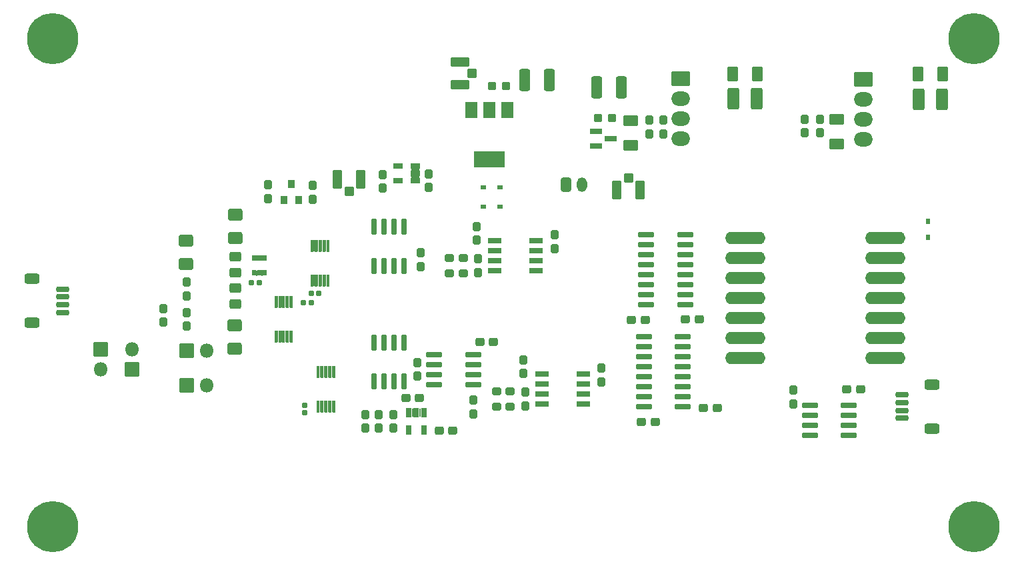
<source format=gbr>
%TF.GenerationSoftware,KiCad,Pcbnew,(6.0.4-0)*%
%TF.CreationDate,2022-07-28T14:49:22-06:00*%
%TF.ProjectId,sq_lockin_v6,73715f6c-6f63-46b6-996e-5f76362e6b69,rev?*%
%TF.SameCoordinates,Original*%
%TF.FileFunction,Soldermask,Top*%
%TF.FilePolarity,Negative*%
%FSLAX46Y46*%
G04 Gerber Fmt 4.6, Leading zero omitted, Abs format (unit mm)*
G04 Created by KiCad (PCBNEW (6.0.4-0)) date 2022-07-28 14:49:22*
%MOMM*%
%LPD*%
G01*
G04 APERTURE LIST*
G04 Aperture macros list*
%AMRoundRect*
0 Rectangle with rounded corners*
0 $1 Rounding radius*
0 $2 $3 $4 $5 $6 $7 $8 $9 X,Y pos of 4 corners*
0 Add a 4 corners polygon primitive as box body*
4,1,4,$2,$3,$4,$5,$6,$7,$8,$9,$2,$3,0*
0 Add four circle primitives for the rounded corners*
1,1,$1+$1,$2,$3*
1,1,$1+$1,$4,$5*
1,1,$1+$1,$6,$7*
1,1,$1+$1,$8,$9*
0 Add four rect primitives between the rounded corners*
20,1,$1+$1,$2,$3,$4,$5,0*
20,1,$1+$1,$4,$5,$6,$7,0*
20,1,$1+$1,$6,$7,$8,$9,0*
20,1,$1+$1,$8,$9,$2,$3,0*%
G04 Aperture macros list end*
%ADD10RoundRect,0.301001X0.624999X-0.462499X0.624999X0.462499X-0.624999X0.462499X-0.624999X-0.462499X0*%
%ADD11RoundRect,0.301000X-0.450000X0.325000X-0.450000X-0.325000X0.450000X-0.325000X0.450000X0.325000X0*%
%ADD12RoundRect,0.288500X-0.237500X0.287500X-0.237500X-0.287500X0.237500X-0.287500X0.237500X0.287500X0*%
%ADD13RoundRect,0.051000X0.850000X-0.850000X0.850000X0.850000X-0.850000X0.850000X-0.850000X-0.850000X0*%
%ADD14O,1.802000X1.802000*%
%ADD15RoundRect,0.288500X0.237500X-0.287500X0.237500X0.287500X-0.237500X0.287500X-0.237500X-0.287500X0*%
%ADD16RoundRect,0.051000X0.530000X0.325000X-0.530000X0.325000X-0.530000X-0.325000X0.530000X-0.325000X0*%
%ADD17RoundRect,0.301000X-0.350000X-0.625000X0.350000X-0.625000X0.350000X0.625000X-0.350000X0.625000X0*%
%ADD18O,1.302000X1.852000*%
%ADD19RoundRect,0.051000X0.400000X-0.450000X0.400000X0.450000X-0.400000X0.450000X-0.400000X-0.450000X0*%
%ADD20RoundRect,0.288500X0.287500X0.237500X-0.287500X0.237500X-0.287500X-0.237500X0.287500X-0.237500X0*%
%ADD21RoundRect,0.288500X0.237500X-0.300000X0.237500X0.300000X-0.237500X0.300000X-0.237500X-0.300000X0*%
%ADD22RoundRect,0.288500X-0.237500X0.300000X-0.237500X-0.300000X0.237500X-0.300000X0.237500X0.300000X0*%
%ADD23RoundRect,0.201000X-0.675000X-0.150000X0.675000X-0.150000X0.675000X0.150000X-0.675000X0.150000X0*%
%ADD24RoundRect,0.051000X-0.850000X-0.850000X0.850000X-0.850000X0.850000X0.850000X-0.850000X0.850000X0*%
%ADD25RoundRect,0.051000X0.850000X0.850000X-0.850000X0.850000X-0.850000X-0.850000X0.850000X-0.850000X0*%
%ADD26RoundRect,0.288500X-0.300000X-0.237500X0.300000X-0.237500X0.300000X0.237500X-0.300000X0.237500X0*%
%ADD27RoundRect,0.288500X0.300000X0.237500X-0.300000X0.237500X-0.300000X-0.237500X0.300000X-0.237500X0*%
%ADD28RoundRect,0.201000X-0.825000X-0.150000X0.825000X-0.150000X0.825000X0.150000X-0.825000X0.150000X0*%
%ADD29RoundRect,0.051000X-0.300000X-0.225000X0.300000X-0.225000X0.300000X0.225000X-0.300000X0.225000X0*%
%ADD30RoundRect,0.201000X-0.150000X0.825000X-0.150000X-0.825000X0.150000X-0.825000X0.150000X0.825000X0*%
%ADD31RoundRect,0.051000X-0.325000X0.530000X-0.325000X-0.530000X0.325000X-0.530000X0.325000X0.530000X0*%
%ADD32RoundRect,0.301001X-0.462499X-1.074999X0.462499X-1.074999X0.462499X1.074999X-0.462499X1.074999X0*%
%ADD33RoundRect,0.301000X0.650000X-0.412500X0.650000X0.412500X-0.650000X0.412500X-0.650000X-0.412500X0*%
%ADD34RoundRect,0.051000X0.500000X-0.525000X0.500000X0.525000X-0.500000X0.525000X-0.500000X-0.525000X0*%
%ADD35RoundRect,0.051000X0.525000X-1.100000X0.525000X1.100000X-0.525000X1.100000X-0.525000X-1.100000X0*%
%ADD36RoundRect,0.288500X-0.250000X-0.237500X0.250000X-0.237500X0.250000X0.237500X-0.250000X0.237500X0*%
%ADD37RoundRect,0.051000X-1.125000X0.875000X-1.125000X-0.875000X1.125000X-0.875000X1.125000X0.875000X0*%
%ADD38O,2.352000X1.852000*%
%ADD39C,6.502000*%
%ADD40RoundRect,0.201000X0.625000X-0.150000X0.625000X0.150000X-0.625000X0.150000X-0.625000X-0.150000X0*%
%ADD41RoundRect,0.301000X0.650000X-0.350000X0.650000X0.350000X-0.650000X0.350000X-0.650000X-0.350000X0*%
%ADD42O,5.102000X1.602000*%
%ADD43RoundRect,0.191000X0.170000X-0.140000X0.170000X0.140000X-0.170000X0.140000X-0.170000X-0.140000X0*%
%ADD44RoundRect,0.191000X0.140000X0.170000X-0.140000X0.170000X-0.140000X-0.170000X0.140000X-0.170000X0*%
%ADD45RoundRect,0.201000X-0.625000X0.150000X-0.625000X-0.150000X0.625000X-0.150000X0.625000X0.150000X0*%
%ADD46RoundRect,0.301000X-0.650000X0.350000X-0.650000X-0.350000X0.650000X-0.350000X0.650000X0.350000X0*%
%ADD47RoundRect,0.051000X-0.500000X0.525000X-0.500000X-0.525000X0.500000X-0.525000X0.500000X0.525000X0*%
%ADD48RoundRect,0.051000X-0.525000X1.100000X-0.525000X-1.100000X0.525000X-1.100000X0.525000X1.100000X0*%
%ADD49RoundRect,0.051000X-0.150000X0.700000X-0.150000X-0.700000X0.150000X-0.700000X0.150000X0.700000X0*%
%ADD50RoundRect,0.051000X-0.200000X0.325000X-0.200000X-0.325000X0.200000X-0.325000X0.200000X0.325000X0*%
%ADD51RoundRect,0.301000X-0.412500X-1.100000X0.412500X-1.100000X0.412500X1.100000X-0.412500X1.100000X0*%
%ADD52RoundRect,0.201000X-0.587500X-0.150000X0.587500X-0.150000X0.587500X0.150000X-0.587500X0.150000X0*%
%ADD53RoundRect,0.191000X-0.140000X-0.170000X0.140000X-0.170000X0.140000X0.170000X-0.140000X0.170000X0*%
%ADD54RoundRect,0.201000X0.825000X0.150000X-0.825000X0.150000X-0.825000X-0.150000X0.825000X-0.150000X0*%
%ADD55RoundRect,0.301000X0.412500X0.650000X-0.412500X0.650000X-0.412500X-0.650000X0.412500X-0.650000X0*%
%ADD56RoundRect,0.288500X0.250000X0.237500X-0.250000X0.237500X-0.250000X-0.237500X0.250000X-0.237500X0*%
%ADD57RoundRect,0.051000X-0.750000X1.000000X-0.750000X-1.000000X0.750000X-1.000000X0.750000X1.000000X0*%
%ADD58RoundRect,0.051000X-1.900000X1.000000X-1.900000X-1.000000X1.900000X-1.000000X1.900000X1.000000X0*%
%ADD59RoundRect,0.051000X0.150000X-0.700000X0.150000X0.700000X-0.150000X0.700000X-0.150000X-0.700000X0*%
%ADD60RoundRect,0.051000X0.225000X-0.300000X0.225000X0.300000X-0.225000X0.300000X-0.225000X-0.300000X0*%
%ADD61RoundRect,0.051000X0.525000X0.500000X-0.525000X0.500000X-0.525000X-0.500000X0.525000X-0.500000X0*%
%ADD62RoundRect,0.051000X1.100000X0.525000X-1.100000X0.525000X-1.100000X-0.525000X1.100000X-0.525000X0*%
G04 APERTURE END LIST*
D10*
%TO.C,R1*%
X137200000Y-79300000D03*
X137200000Y-76325000D03*
%TD*%
%TO.C,R5*%
X130900000Y-82600000D03*
X130900000Y-79625000D03*
%TD*%
%TO.C,R4*%
X137100000Y-93400000D03*
X137100000Y-90425000D03*
%TD*%
D11*
%TO.C,R2*%
X137175000Y-81675000D03*
X137175000Y-83725000D03*
%TD*%
D12*
%TO.C,R6*%
X131000000Y-88750000D03*
X131000000Y-90500000D03*
%TD*%
D13*
%TO.C,J4*%
X131000000Y-93600000D03*
D14*
X133540000Y-93600000D03*
%TD*%
D15*
%TO.C,C2*%
X161700000Y-72900000D03*
X161700000Y-71150000D03*
%TD*%
%TO.C,C3*%
X155900000Y-73000000D03*
X155900000Y-71250000D03*
%TD*%
D16*
%TO.C,U2*%
X160000000Y-72050000D03*
X160000000Y-71100000D03*
X160000000Y-70150000D03*
X157800000Y-70150000D03*
X157800000Y-72050000D03*
%TD*%
D17*
%TO.C,J5*%
X179200000Y-72500000D03*
D18*
X181200000Y-72500000D03*
%TD*%
D15*
%TO.C,R7*%
X131000000Y-86675000D03*
X131000000Y-84925000D03*
%TD*%
D11*
%TO.C,R3*%
X137200000Y-85650000D03*
X137200000Y-87700000D03*
%TD*%
D13*
%TO.C,J6*%
X131000000Y-98000000D03*
D14*
X133540000Y-98000000D03*
%TD*%
D15*
%TO.C,C4*%
X141300000Y-74300000D03*
X141300000Y-72550000D03*
%TD*%
%TO.C,C6*%
X147000000Y-74400000D03*
X147000000Y-72650000D03*
%TD*%
D12*
%TO.C,R8*%
X128000000Y-88250000D03*
X128000000Y-90000000D03*
%TD*%
D19*
%TO.C,U3*%
X143320000Y-74475000D03*
X145220000Y-74475000D03*
X144270000Y-72475000D03*
%TD*%
D20*
%TO.C,R14*%
X166100000Y-83760000D03*
X164350000Y-83760000D03*
%TD*%
D21*
%TO.C,C20*%
X168000000Y-83697500D03*
X168000000Y-81972500D03*
%TD*%
%TO.C,C21*%
X167800000Y-79597500D03*
X167800000Y-77872500D03*
%TD*%
D22*
%TO.C,C22*%
X177700000Y-78922500D03*
X177700000Y-80647500D03*
%TD*%
D20*
%TO.C,R13*%
X166100000Y-81860000D03*
X164350000Y-81860000D03*
%TD*%
D23*
%TO.C,U15*%
X170125000Y-79675000D03*
X170125000Y-80945000D03*
X170125000Y-82215000D03*
X170125000Y-83485000D03*
X175375000Y-83485000D03*
X175375000Y-82215000D03*
X175375000Y-80945000D03*
X175375000Y-79675000D03*
%TD*%
D21*
%TO.C,C24*%
X173775000Y-96527500D03*
X173775000Y-94802500D03*
%TD*%
%TO.C,C23*%
X173975000Y-100627500D03*
X173975000Y-98902500D03*
%TD*%
D20*
%TO.C,R16*%
X172075000Y-100690000D03*
X170325000Y-100690000D03*
%TD*%
%TO.C,R15*%
X172075000Y-98790000D03*
X170325000Y-98790000D03*
%TD*%
D22*
%TO.C,C25*%
X183675000Y-95852500D03*
X183675000Y-97577500D03*
%TD*%
D23*
%TO.C,U16*%
X176100000Y-96605000D03*
X176100000Y-97875000D03*
X176100000Y-99145000D03*
X176100000Y-100415000D03*
X181350000Y-100415000D03*
X181350000Y-99145000D03*
X181350000Y-97875000D03*
X181350000Y-96605000D03*
%TD*%
D24*
%TO.C,J2*%
X120100000Y-93425000D03*
D14*
X120100000Y-95965000D03*
%TD*%
D25*
%TO.C,J3*%
X124000000Y-96000000D03*
D14*
X124000000Y-93460000D03*
%TD*%
D26*
%TO.C,C16*%
X158837500Y-99660000D03*
X160562500Y-99660000D03*
%TD*%
D27*
%TO.C,C17*%
X169962500Y-92500000D03*
X168237500Y-92500000D03*
%TD*%
D12*
%TO.C,R9*%
X160300000Y-95125000D03*
X160300000Y-96875000D03*
%TD*%
D15*
%TO.C,R10*%
X167400000Y-101635000D03*
X167400000Y-99885000D03*
%TD*%
D12*
%TO.C,R11*%
X155400000Y-101725000D03*
X155400000Y-103475000D03*
%TD*%
%TO.C,R12*%
X157200000Y-101725000D03*
X157200000Y-103475000D03*
%TD*%
D28*
%TO.C,U13*%
X162425000Y-94155000D03*
X162425000Y-95425000D03*
X162425000Y-96695000D03*
X162425000Y-97965000D03*
X167375000Y-97965000D03*
X167375000Y-96695000D03*
X167375000Y-95425000D03*
X167375000Y-94155000D03*
%TD*%
D26*
%TO.C,C18*%
X163075000Y-103800000D03*
X164800000Y-103800000D03*
%TD*%
D29*
%TO.C,D2*%
X168650000Y-75300000D03*
X170750000Y-75300000D03*
%TD*%
%TO.C,D1*%
X168650000Y-72900000D03*
X170750000Y-72900000D03*
%TD*%
D30*
%TO.C,U11*%
X158605000Y-77885000D03*
X157335000Y-77885000D03*
X156065000Y-77885000D03*
X154795000Y-77885000D03*
X154795000Y-82835000D03*
X156065000Y-82835000D03*
X157335000Y-82835000D03*
X158605000Y-82835000D03*
%TD*%
D21*
%TO.C,C15*%
X160700000Y-82922500D03*
X160700000Y-81197500D03*
%TD*%
D30*
%TO.C,U12*%
X158605000Y-92585000D03*
X157335000Y-92585000D03*
X156065000Y-92585000D03*
X154795000Y-92585000D03*
X154795000Y-97535000D03*
X156065000Y-97535000D03*
X157335000Y-97535000D03*
X158605000Y-97535000D03*
%TD*%
D31*
%TO.C,U14*%
X161100000Y-101450000D03*
X160150000Y-101450000D03*
X159200000Y-101450000D03*
X159200000Y-103650000D03*
X161100000Y-103650000D03*
%TD*%
D32*
%TO.C,L1*%
X200412500Y-61600000D03*
X203387500Y-61600000D03*
%TD*%
D33*
%TO.C,C29*%
X213500000Y-67362500D03*
X213500000Y-64237500D03*
%TD*%
D34*
%TO.C,J7*%
X151600000Y-73350000D03*
D35*
X150125000Y-71825000D03*
X153075000Y-71825000D03*
%TD*%
D36*
%TO.C,R18*%
X169737500Y-60000000D03*
X171562500Y-60000000D03*
%TD*%
D37*
%TO.C,PS2*%
X216900000Y-59160000D03*
D38*
X216900000Y-61700000D03*
X216900000Y-64240000D03*
X216900000Y-66780000D03*
%TD*%
D39*
%TO.C,H2*%
X114000000Y-54000000D03*
%TD*%
D40*
%TO.C,J8*%
X221800000Y-102200000D03*
X221800000Y-101200000D03*
X221800000Y-100200000D03*
X221800000Y-99200000D03*
D41*
X225675000Y-97900000D03*
X225675000Y-103500000D03*
%TD*%
D42*
%TO.C,U5*%
X201910000Y-79280000D03*
X201910000Y-81820000D03*
X201910000Y-84360000D03*
X201910000Y-86900000D03*
X201910000Y-89440000D03*
X201910000Y-91980000D03*
X201910000Y-94520000D03*
X219690000Y-94520000D03*
X219690000Y-91980000D03*
X219690000Y-89440000D03*
X219690000Y-86900000D03*
X219690000Y-84360000D03*
X219690000Y-81820000D03*
X219690000Y-79280000D03*
%TD*%
D43*
%TO.C,C14*%
X146000000Y-101480000D03*
X146000000Y-100520000D03*
%TD*%
D27*
%TO.C,C10*%
X189200000Y-89700000D03*
X187475000Y-89700000D03*
%TD*%
D44*
%TO.C,C1*%
X140180000Y-85000000D03*
X139220000Y-85000000D03*
%TD*%
D45*
%TO.C,J1*%
X115200000Y-85800000D03*
X115200000Y-86800000D03*
X115200000Y-87800000D03*
X115200000Y-88800000D03*
D46*
X111325000Y-90100000D03*
X111325000Y-84500000D03*
%TD*%
D26*
%TO.C,C11*%
X194337500Y-89600000D03*
X196062500Y-89600000D03*
%TD*%
D47*
%TO.C,J9*%
X187100000Y-71650000D03*
D48*
X185625000Y-73175000D03*
X188575000Y-73175000D03*
%TD*%
D49*
%TO.C,U8*%
X144300000Y-87400000D03*
X143800000Y-87400000D03*
X143300000Y-87400000D03*
X142800000Y-87400000D03*
X142300000Y-87400000D03*
X142300000Y-91800000D03*
X142800000Y-91800000D03*
X143300000Y-91800000D03*
X143800000Y-91800000D03*
X144300000Y-91800000D03*
%TD*%
D50*
%TO.C,U1*%
X140850000Y-81850000D03*
X140200000Y-81850000D03*
X139550000Y-81850000D03*
X139550000Y-83750000D03*
X140200000Y-83750000D03*
X140850000Y-83750000D03*
%TD*%
D28*
%TO.C,U6*%
X210125000Y-100565000D03*
X210125000Y-101835000D03*
X210125000Y-103105000D03*
X210125000Y-104375000D03*
X215075000Y-104375000D03*
X215075000Y-103105000D03*
X215075000Y-101835000D03*
X215075000Y-100565000D03*
%TD*%
D51*
%TO.C,C35*%
X173887500Y-59250000D03*
X177012500Y-59250000D03*
%TD*%
D37*
%TO.C,PS1*%
X193757500Y-59092500D03*
D38*
X193757500Y-61632500D03*
X193757500Y-64172500D03*
X193757500Y-66712500D03*
%TD*%
D26*
%TO.C,C5*%
X188737500Y-102700000D03*
X190462500Y-102700000D03*
%TD*%
D52*
%TO.C,Q1*%
X182965000Y-65757500D03*
X182965000Y-67657500D03*
X184840000Y-66707500D03*
%TD*%
D53*
%TO.C,C12*%
X145820000Y-87500000D03*
X146780000Y-87500000D03*
%TD*%
D54*
%TO.C,U4*%
X193975000Y-100745000D03*
X193975000Y-99475000D03*
X193975000Y-98205000D03*
X193975000Y-96935000D03*
X193975000Y-95665000D03*
X193975000Y-94395000D03*
X193975000Y-93125000D03*
X193975000Y-91855000D03*
X189025000Y-91855000D03*
X189025000Y-93125000D03*
X189025000Y-94395000D03*
X189025000Y-95665000D03*
X189025000Y-96935000D03*
X189025000Y-98205000D03*
X189025000Y-99475000D03*
X189025000Y-100745000D03*
%TD*%
D26*
%TO.C,C7*%
X196637500Y-100900000D03*
X198362500Y-100900000D03*
%TD*%
D39*
%TO.C,H4*%
X114000000Y-116000000D03*
%TD*%
D53*
%TO.C,C13*%
X146820000Y-86300000D03*
X147780000Y-86300000D03*
%TD*%
D22*
%TO.C,C33*%
X209500000Y-64237500D03*
X209500000Y-65962500D03*
%TD*%
D55*
%TO.C,C26*%
X203462500Y-58500000D03*
X200337500Y-58500000D03*
%TD*%
D56*
%TO.C,R17*%
X185015000Y-64107500D03*
X183190000Y-64107500D03*
%TD*%
D51*
%TO.C,C34*%
X183037500Y-60200000D03*
X186162500Y-60200000D03*
%TD*%
D57*
%TO.C,Q2*%
X171750000Y-63050000D03*
D58*
X169450000Y-69350000D03*
D57*
X169450000Y-63050000D03*
X167150000Y-63050000D03*
%TD*%
D22*
%TO.C,C30*%
X189702500Y-64345000D03*
X189702500Y-66070000D03*
%TD*%
D59*
%TO.C,U9*%
X146900000Y-84700000D03*
X147400000Y-84700000D03*
X147900000Y-84700000D03*
X148400000Y-84700000D03*
X148900000Y-84700000D03*
X148900000Y-80300000D03*
X148400000Y-80300000D03*
X147900000Y-80300000D03*
X147400000Y-80300000D03*
X146900000Y-80300000D03*
%TD*%
D21*
%TO.C,C8*%
X208000000Y-100362500D03*
X208000000Y-98637500D03*
%TD*%
D39*
%TO.C,H1*%
X231000000Y-116000000D03*
%TD*%
D21*
%TO.C,C19*%
X153700000Y-103462500D03*
X153700000Y-101737500D03*
%TD*%
D22*
%TO.C,C32*%
X191502500Y-64345000D03*
X191502500Y-66070000D03*
%TD*%
D55*
%TO.C,C27*%
X226962500Y-58500000D03*
X223837500Y-58500000D03*
%TD*%
D60*
%TO.C,D3*%
X225100000Y-79250000D03*
X225100000Y-77150000D03*
%TD*%
D61*
%TO.C,J10*%
X167200000Y-58400000D03*
D62*
X165675000Y-59875000D03*
X165675000Y-56925000D03*
%TD*%
D59*
%TO.C,U10*%
X147700000Y-100700000D03*
X148200000Y-100700000D03*
X148700000Y-100700000D03*
X149200000Y-100700000D03*
X149700000Y-100700000D03*
X149700000Y-96300000D03*
X149200000Y-96300000D03*
X148700000Y-96300000D03*
X148200000Y-96300000D03*
X147700000Y-96300000D03*
%TD*%
D32*
%TO.C,L2*%
X223912500Y-61700000D03*
X226887500Y-61700000D03*
%TD*%
D33*
%TO.C,C28*%
X187352500Y-67570000D03*
X187352500Y-64445000D03*
%TD*%
D54*
%TO.C,U7*%
X194275000Y-87805000D03*
X194275000Y-86535000D03*
X194275000Y-85265000D03*
X194275000Y-83995000D03*
X194275000Y-82725000D03*
X194275000Y-81455000D03*
X194275000Y-80185000D03*
X194275000Y-78915000D03*
X189325000Y-78915000D03*
X189325000Y-80185000D03*
X189325000Y-81455000D03*
X189325000Y-82725000D03*
X189325000Y-83995000D03*
X189325000Y-85265000D03*
X189325000Y-86535000D03*
X189325000Y-87805000D03*
%TD*%
D22*
%TO.C,C31*%
X211400000Y-64237500D03*
X211400000Y-65962500D03*
%TD*%
D26*
%TO.C,C9*%
X214837500Y-98500000D03*
X216562500Y-98500000D03*
%TD*%
D39*
%TO.C,H3*%
X231000000Y-54000000D03*
%TD*%
G36*
X159574267Y-100903301D02*
G01*
X159625946Y-100946489D01*
X159694661Y-100955120D01*
X159757291Y-100925156D01*
X159775348Y-100904318D01*
X159777238Y-100903664D01*
X159778749Y-100904974D01*
X159778821Y-100906018D01*
X159776000Y-100920199D01*
X159776000Y-101979801D01*
X159778978Y-101994774D01*
X159778335Y-101996668D01*
X159776373Y-101997058D01*
X159775733Y-101996699D01*
X159724054Y-101953511D01*
X159655339Y-101944880D01*
X159592709Y-101974844D01*
X159574652Y-101995682D01*
X159572762Y-101996336D01*
X159571251Y-101995026D01*
X159571179Y-101993982D01*
X159574000Y-101979801D01*
X159574000Y-100920199D01*
X159571022Y-100905226D01*
X159571665Y-100903332D01*
X159573627Y-100902942D01*
X159574267Y-100903301D01*
G37*
G36*
X160524267Y-100903301D02*
G01*
X160575946Y-100946489D01*
X160644661Y-100955120D01*
X160707291Y-100925156D01*
X160725348Y-100904318D01*
X160727238Y-100903664D01*
X160728749Y-100904974D01*
X160728821Y-100906018D01*
X160726000Y-100920199D01*
X160726000Y-101979801D01*
X160728978Y-101994774D01*
X160728335Y-101996668D01*
X160726373Y-101997058D01*
X160725733Y-101996699D01*
X160674054Y-101953511D01*
X160605339Y-101944880D01*
X160542709Y-101974844D01*
X160524652Y-101995682D01*
X160522762Y-101996336D01*
X160521251Y-101995026D01*
X160521179Y-101993982D01*
X160524000Y-101979801D01*
X160524000Y-100920199D01*
X160521022Y-100905226D01*
X160521665Y-100903332D01*
X160523627Y-100902942D01*
X160524267Y-100903301D01*
G37*
G36*
X148514633Y-99963517D02*
G01*
X148515197Y-99965436D01*
X148514916Y-99966075D01*
X148504767Y-99981263D01*
X148501000Y-100000199D01*
X148501000Y-101399801D01*
X148504767Y-101418738D01*
X148514814Y-101433773D01*
X148514945Y-101435768D01*
X148513282Y-101436880D01*
X148512553Y-101436793D01*
X148452212Y-101417898D01*
X148387310Y-101436955D01*
X148385367Y-101436483D01*
X148384803Y-101434564D01*
X148385084Y-101433925D01*
X148395233Y-101418737D01*
X148399000Y-101399801D01*
X148399000Y-100000199D01*
X148395233Y-99981262D01*
X148385186Y-99966227D01*
X148385055Y-99964232D01*
X148386718Y-99963120D01*
X148387447Y-99963207D01*
X148447788Y-99982102D01*
X148512690Y-99963045D01*
X148514633Y-99963517D01*
G37*
G36*
X148014633Y-99963517D02*
G01*
X148015197Y-99965436D01*
X148014916Y-99966075D01*
X148004767Y-99981263D01*
X148001000Y-100000199D01*
X148001000Y-101399801D01*
X148004767Y-101418738D01*
X148014814Y-101433773D01*
X148014945Y-101435768D01*
X148013282Y-101436880D01*
X148012553Y-101436793D01*
X147952212Y-101417898D01*
X147887310Y-101436955D01*
X147885367Y-101436483D01*
X147884803Y-101434564D01*
X147885084Y-101433925D01*
X147895233Y-101418737D01*
X147899000Y-101399801D01*
X147899000Y-100000199D01*
X147895233Y-99981262D01*
X147885186Y-99966227D01*
X147885055Y-99964232D01*
X147886718Y-99963120D01*
X147887447Y-99963207D01*
X147947788Y-99982102D01*
X148012690Y-99963045D01*
X148014633Y-99963517D01*
G37*
G36*
X149514633Y-99963517D02*
G01*
X149515197Y-99965436D01*
X149514916Y-99966075D01*
X149504767Y-99981263D01*
X149501000Y-100000199D01*
X149501000Y-101399801D01*
X149504767Y-101418738D01*
X149514814Y-101433773D01*
X149514945Y-101435768D01*
X149513282Y-101436880D01*
X149512553Y-101436793D01*
X149452212Y-101417898D01*
X149387310Y-101436955D01*
X149385367Y-101436483D01*
X149384803Y-101434564D01*
X149385084Y-101433925D01*
X149395233Y-101418737D01*
X149399000Y-101399801D01*
X149399000Y-100000199D01*
X149395233Y-99981262D01*
X149385186Y-99966227D01*
X149385055Y-99964232D01*
X149386718Y-99963120D01*
X149387447Y-99963207D01*
X149447788Y-99982102D01*
X149512690Y-99963045D01*
X149514633Y-99963517D01*
G37*
G36*
X149014633Y-99963517D02*
G01*
X149015197Y-99965436D01*
X149014916Y-99966075D01*
X149004767Y-99981263D01*
X149001000Y-100000199D01*
X149001000Y-101399801D01*
X149004767Y-101418738D01*
X149014814Y-101433773D01*
X149014945Y-101435768D01*
X149013282Y-101436880D01*
X149012553Y-101436793D01*
X148952212Y-101417898D01*
X148887310Y-101436955D01*
X148885367Y-101436483D01*
X148884803Y-101434564D01*
X148885084Y-101433925D01*
X148895233Y-101418737D01*
X148899000Y-101399801D01*
X148899000Y-100000199D01*
X148895233Y-99981262D01*
X148885186Y-99966227D01*
X148885055Y-99964232D01*
X148886718Y-99963120D01*
X148887447Y-99963207D01*
X148947788Y-99982102D01*
X149012690Y-99963045D01*
X149014633Y-99963517D01*
G37*
G36*
X148014633Y-95563517D02*
G01*
X148015197Y-95565436D01*
X148014916Y-95566075D01*
X148004767Y-95581263D01*
X148001000Y-95600199D01*
X148001000Y-96999801D01*
X148004767Y-97018738D01*
X148014814Y-97033773D01*
X148014945Y-97035768D01*
X148013282Y-97036880D01*
X148012553Y-97036793D01*
X147952212Y-97017898D01*
X147887310Y-97036955D01*
X147885367Y-97036483D01*
X147884803Y-97034564D01*
X147885084Y-97033925D01*
X147895233Y-97018737D01*
X147899000Y-96999801D01*
X147899000Y-95600199D01*
X147895233Y-95581262D01*
X147885186Y-95566227D01*
X147885055Y-95564232D01*
X147886718Y-95563120D01*
X147887447Y-95563207D01*
X147947788Y-95582102D01*
X148012690Y-95563045D01*
X148014633Y-95563517D01*
G37*
G36*
X149014633Y-95563517D02*
G01*
X149015197Y-95565436D01*
X149014916Y-95566075D01*
X149004767Y-95581263D01*
X149001000Y-95600199D01*
X149001000Y-96999801D01*
X149004767Y-97018738D01*
X149014814Y-97033773D01*
X149014945Y-97035768D01*
X149013282Y-97036880D01*
X149012553Y-97036793D01*
X148952212Y-97017898D01*
X148887310Y-97036955D01*
X148885367Y-97036483D01*
X148884803Y-97034564D01*
X148885084Y-97033925D01*
X148895233Y-97018737D01*
X148899000Y-96999801D01*
X148899000Y-95600199D01*
X148895233Y-95581262D01*
X148885186Y-95566227D01*
X148885055Y-95564232D01*
X148886718Y-95563120D01*
X148887447Y-95563207D01*
X148947788Y-95582102D01*
X149012690Y-95563045D01*
X149014633Y-95563517D01*
G37*
G36*
X148514633Y-95563517D02*
G01*
X148515197Y-95565436D01*
X148514916Y-95566075D01*
X148504767Y-95581263D01*
X148501000Y-95600199D01*
X148501000Y-96999801D01*
X148504767Y-97018738D01*
X148514814Y-97033773D01*
X148514945Y-97035768D01*
X148513282Y-97036880D01*
X148512553Y-97036793D01*
X148452212Y-97017898D01*
X148387310Y-97036955D01*
X148385367Y-97036483D01*
X148384803Y-97034564D01*
X148385084Y-97033925D01*
X148395233Y-97018737D01*
X148399000Y-96999801D01*
X148399000Y-95600199D01*
X148395233Y-95581262D01*
X148385186Y-95566227D01*
X148385055Y-95564232D01*
X148386718Y-95563120D01*
X148387447Y-95563207D01*
X148447788Y-95582102D01*
X148512690Y-95563045D01*
X148514633Y-95563517D01*
G37*
G36*
X149514633Y-95563517D02*
G01*
X149515197Y-95565436D01*
X149514916Y-95566075D01*
X149504767Y-95581263D01*
X149501000Y-95600199D01*
X149501000Y-96999801D01*
X149504767Y-97018738D01*
X149514814Y-97033773D01*
X149514945Y-97035768D01*
X149513282Y-97036880D01*
X149512553Y-97036793D01*
X149452212Y-97017898D01*
X149387310Y-97036955D01*
X149385367Y-97036483D01*
X149384803Y-97034564D01*
X149385084Y-97033925D01*
X149395233Y-97018737D01*
X149399000Y-96999801D01*
X149399000Y-95600199D01*
X149395233Y-95581262D01*
X149385186Y-95566227D01*
X149385055Y-95564232D01*
X149386718Y-95563120D01*
X149387447Y-95563207D01*
X149447788Y-95582102D01*
X149512690Y-95563045D01*
X149514633Y-95563517D01*
G37*
G36*
X144114633Y-91063517D02*
G01*
X144115197Y-91065436D01*
X144114916Y-91066075D01*
X144104767Y-91081263D01*
X144101000Y-91100199D01*
X144101000Y-92499801D01*
X144104767Y-92518738D01*
X144114814Y-92533773D01*
X144114945Y-92535768D01*
X144113282Y-92536880D01*
X144112553Y-92536793D01*
X144052212Y-92517898D01*
X143987310Y-92536955D01*
X143985367Y-92536483D01*
X143984803Y-92534564D01*
X143985084Y-92533925D01*
X143995233Y-92518737D01*
X143999000Y-92499801D01*
X143999000Y-91100199D01*
X143995233Y-91081262D01*
X143985186Y-91066227D01*
X143985055Y-91064232D01*
X143986718Y-91063120D01*
X143987447Y-91063207D01*
X144047788Y-91082102D01*
X144112690Y-91063045D01*
X144114633Y-91063517D01*
G37*
G36*
X142614633Y-91063517D02*
G01*
X142615197Y-91065436D01*
X142614916Y-91066075D01*
X142604767Y-91081263D01*
X142601000Y-91100199D01*
X142601000Y-92499801D01*
X142604767Y-92518738D01*
X142614814Y-92533773D01*
X142614945Y-92535768D01*
X142613282Y-92536880D01*
X142612553Y-92536793D01*
X142552212Y-92517898D01*
X142487310Y-92536955D01*
X142485367Y-92536483D01*
X142484803Y-92534564D01*
X142485084Y-92533925D01*
X142495233Y-92518737D01*
X142499000Y-92499801D01*
X142499000Y-91100199D01*
X142495233Y-91081262D01*
X142485186Y-91066227D01*
X142485055Y-91064232D01*
X142486718Y-91063120D01*
X142487447Y-91063207D01*
X142547788Y-91082102D01*
X142612690Y-91063045D01*
X142614633Y-91063517D01*
G37*
G36*
X143614633Y-91063517D02*
G01*
X143615197Y-91065436D01*
X143614916Y-91066075D01*
X143604767Y-91081263D01*
X143601000Y-91100199D01*
X143601000Y-92499801D01*
X143604767Y-92518738D01*
X143614814Y-92533773D01*
X143614945Y-92535768D01*
X143613282Y-92536880D01*
X143612553Y-92536793D01*
X143552212Y-92517898D01*
X143487310Y-92536955D01*
X143485367Y-92536483D01*
X143484803Y-92534564D01*
X143485084Y-92533925D01*
X143495233Y-92518737D01*
X143499000Y-92499801D01*
X143499000Y-91100199D01*
X143495233Y-91081262D01*
X143485186Y-91066227D01*
X143485055Y-91064232D01*
X143486718Y-91063120D01*
X143487447Y-91063207D01*
X143547788Y-91082102D01*
X143612690Y-91063045D01*
X143614633Y-91063517D01*
G37*
G36*
X143114633Y-91063517D02*
G01*
X143115197Y-91065436D01*
X143114916Y-91066075D01*
X143104767Y-91081263D01*
X143101000Y-91100199D01*
X143101000Y-92499801D01*
X143104767Y-92518738D01*
X143114814Y-92533773D01*
X143114945Y-92535768D01*
X143113282Y-92536880D01*
X143112553Y-92536793D01*
X143052212Y-92517898D01*
X142987310Y-92536955D01*
X142985367Y-92536483D01*
X142984803Y-92534564D01*
X142985084Y-92533925D01*
X142995233Y-92518737D01*
X142999000Y-92499801D01*
X142999000Y-91100199D01*
X142995233Y-91081262D01*
X142985186Y-91066227D01*
X142985055Y-91064232D01*
X142986718Y-91063120D01*
X142987447Y-91063207D01*
X143047788Y-91082102D01*
X143112690Y-91063045D01*
X143114633Y-91063517D01*
G37*
G36*
X142614633Y-86663517D02*
G01*
X142615197Y-86665436D01*
X142614916Y-86666075D01*
X142604767Y-86681263D01*
X142601000Y-86700199D01*
X142601000Y-88099801D01*
X142604767Y-88118738D01*
X142614814Y-88133773D01*
X142614945Y-88135768D01*
X142613282Y-88136880D01*
X142612553Y-88136793D01*
X142552212Y-88117898D01*
X142487310Y-88136955D01*
X142485367Y-88136483D01*
X142484803Y-88134564D01*
X142485084Y-88133925D01*
X142495233Y-88118737D01*
X142499000Y-88099801D01*
X142499000Y-86700199D01*
X142495233Y-86681262D01*
X142485186Y-86666227D01*
X142485055Y-86664232D01*
X142486718Y-86663120D01*
X142487447Y-86663207D01*
X142547788Y-86682102D01*
X142612690Y-86663045D01*
X142614633Y-86663517D01*
G37*
G36*
X143614633Y-86663517D02*
G01*
X143615197Y-86665436D01*
X143614916Y-86666075D01*
X143604767Y-86681263D01*
X143601000Y-86700199D01*
X143601000Y-88099801D01*
X143604767Y-88118738D01*
X143614814Y-88133773D01*
X143614945Y-88135768D01*
X143613282Y-88136880D01*
X143612553Y-88136793D01*
X143552212Y-88117898D01*
X143487310Y-88136955D01*
X143485367Y-88136483D01*
X143484803Y-88134564D01*
X143485084Y-88133925D01*
X143495233Y-88118737D01*
X143499000Y-88099801D01*
X143499000Y-86700199D01*
X143495233Y-86681262D01*
X143485186Y-86666227D01*
X143485055Y-86664232D01*
X143486718Y-86663120D01*
X143487447Y-86663207D01*
X143547788Y-86682102D01*
X143612690Y-86663045D01*
X143614633Y-86663517D01*
G37*
G36*
X144114633Y-86663517D02*
G01*
X144115197Y-86665436D01*
X144114916Y-86666075D01*
X144104767Y-86681263D01*
X144101000Y-86700199D01*
X144101000Y-88099801D01*
X144104767Y-88118738D01*
X144114814Y-88133773D01*
X144114945Y-88135768D01*
X144113282Y-88136880D01*
X144112553Y-88136793D01*
X144052212Y-88117898D01*
X143987310Y-88136955D01*
X143985367Y-88136483D01*
X143984803Y-88134564D01*
X143985084Y-88133925D01*
X143995233Y-88118737D01*
X143999000Y-88099801D01*
X143999000Y-86700199D01*
X143995233Y-86681262D01*
X143985186Y-86666227D01*
X143985055Y-86664232D01*
X143986718Y-86663120D01*
X143987447Y-86663207D01*
X144047788Y-86682102D01*
X144112690Y-86663045D01*
X144114633Y-86663517D01*
G37*
G36*
X143114633Y-86663517D02*
G01*
X143115197Y-86665436D01*
X143114916Y-86666075D01*
X143104767Y-86681263D01*
X143101000Y-86700199D01*
X143101000Y-88099801D01*
X143104767Y-88118738D01*
X143114814Y-88133773D01*
X143114945Y-88135768D01*
X143113282Y-88136880D01*
X143112553Y-88136793D01*
X143052212Y-88117898D01*
X142987310Y-88136955D01*
X142985367Y-88136483D01*
X142984803Y-88134564D01*
X142985084Y-88133925D01*
X142995233Y-88118737D01*
X142999000Y-88099801D01*
X142999000Y-86700199D01*
X142995233Y-86681262D01*
X142985186Y-86666227D01*
X142985055Y-86664232D01*
X142986718Y-86663120D01*
X142987447Y-86663207D01*
X143047788Y-86682102D01*
X143112690Y-86663045D01*
X143114633Y-86663517D01*
G37*
G36*
X148714633Y-83963517D02*
G01*
X148715197Y-83965436D01*
X148714916Y-83966075D01*
X148704767Y-83981263D01*
X148701000Y-84000199D01*
X148701000Y-85399801D01*
X148704767Y-85418738D01*
X148714814Y-85433773D01*
X148714945Y-85435768D01*
X148713282Y-85436880D01*
X148712553Y-85436793D01*
X148652212Y-85417898D01*
X148587310Y-85436955D01*
X148585367Y-85436483D01*
X148584803Y-85434564D01*
X148585084Y-85433925D01*
X148595233Y-85418737D01*
X148599000Y-85399801D01*
X148599000Y-84000199D01*
X148595233Y-83981262D01*
X148585186Y-83966227D01*
X148585055Y-83964232D01*
X148586718Y-83963120D01*
X148587447Y-83963207D01*
X148647788Y-83982102D01*
X148712690Y-83963045D01*
X148714633Y-83963517D01*
G37*
G36*
X148214633Y-83963517D02*
G01*
X148215197Y-83965436D01*
X148214916Y-83966075D01*
X148204767Y-83981263D01*
X148201000Y-84000199D01*
X148201000Y-85399801D01*
X148204767Y-85418738D01*
X148214814Y-85433773D01*
X148214945Y-85435768D01*
X148213282Y-85436880D01*
X148212553Y-85436793D01*
X148152212Y-85417898D01*
X148087310Y-85436955D01*
X148085367Y-85436483D01*
X148084803Y-85434564D01*
X148085084Y-85433925D01*
X148095233Y-85418737D01*
X148099000Y-85399801D01*
X148099000Y-84000199D01*
X148095233Y-83981262D01*
X148085186Y-83966227D01*
X148085055Y-83964232D01*
X148086718Y-83963120D01*
X148087447Y-83963207D01*
X148147788Y-83982102D01*
X148212690Y-83963045D01*
X148214633Y-83963517D01*
G37*
G36*
X147214633Y-83963517D02*
G01*
X147215197Y-83965436D01*
X147214916Y-83966075D01*
X147204767Y-83981263D01*
X147201000Y-84000199D01*
X147201000Y-85399801D01*
X147204767Y-85418738D01*
X147214814Y-85433773D01*
X147214945Y-85435768D01*
X147213282Y-85436880D01*
X147212553Y-85436793D01*
X147152212Y-85417898D01*
X147087310Y-85436955D01*
X147085367Y-85436483D01*
X147084803Y-85434564D01*
X147085084Y-85433925D01*
X147095233Y-85418737D01*
X147099000Y-85399801D01*
X147099000Y-84000199D01*
X147095233Y-83981262D01*
X147085186Y-83966227D01*
X147085055Y-83964232D01*
X147086718Y-83963120D01*
X147087447Y-83963207D01*
X147147788Y-83982102D01*
X147212690Y-83963045D01*
X147214633Y-83963517D01*
G37*
G36*
X147714633Y-83963517D02*
G01*
X147715197Y-83965436D01*
X147714916Y-83966075D01*
X147704767Y-83981263D01*
X147701000Y-84000199D01*
X147701000Y-85399801D01*
X147704767Y-85418738D01*
X147714814Y-85433773D01*
X147714945Y-85435768D01*
X147713282Y-85436880D01*
X147712553Y-85436793D01*
X147652212Y-85417898D01*
X147587310Y-85436955D01*
X147585367Y-85436483D01*
X147584803Y-85434564D01*
X147585084Y-85433925D01*
X147595233Y-85418737D01*
X147599000Y-85399801D01*
X147599000Y-84000199D01*
X147595233Y-83981262D01*
X147585186Y-83966227D01*
X147585055Y-83964232D01*
X147586718Y-83963120D01*
X147587447Y-83963207D01*
X147647788Y-83982102D01*
X147712690Y-83963045D01*
X147714633Y-83963517D01*
G37*
G36*
X139790660Y-83392493D02*
G01*
X139804452Y-83401709D01*
X139805615Y-83399969D01*
X139807409Y-83399084D01*
X139808560Y-83399545D01*
X139825952Y-83414078D01*
X139894670Y-83422704D01*
X139942288Y-83399918D01*
X139944282Y-83400072D01*
X139944814Y-83400611D01*
X139945548Y-83401709D01*
X139959340Y-83392493D01*
X139961336Y-83392362D01*
X139962447Y-83394025D01*
X139962114Y-83395267D01*
X139954767Y-83406262D01*
X139951000Y-83425199D01*
X139951000Y-84074801D01*
X139954767Y-84093738D01*
X139962114Y-84104733D01*
X139962245Y-84106729D01*
X139960582Y-84107840D01*
X139959340Y-84107507D01*
X139945548Y-84098291D01*
X139944385Y-84100031D01*
X139942591Y-84100916D01*
X139941440Y-84100455D01*
X139924048Y-84085922D01*
X139855330Y-84077296D01*
X139807712Y-84100082D01*
X139805718Y-84099928D01*
X139805186Y-84099389D01*
X139804452Y-84098291D01*
X139790660Y-84107507D01*
X139788664Y-84107638D01*
X139787553Y-84105975D01*
X139787886Y-84104733D01*
X139795233Y-84093738D01*
X139799000Y-84074801D01*
X139799000Y-83425199D01*
X139795233Y-83406262D01*
X139787886Y-83395267D01*
X139787755Y-83393271D01*
X139789418Y-83392160D01*
X139790660Y-83392493D01*
G37*
G36*
X140440660Y-83392493D02*
G01*
X140454452Y-83401709D01*
X140455615Y-83399969D01*
X140457409Y-83399084D01*
X140458560Y-83399545D01*
X140475952Y-83414078D01*
X140544670Y-83422704D01*
X140592288Y-83399918D01*
X140594282Y-83400072D01*
X140594814Y-83400611D01*
X140595548Y-83401709D01*
X140609340Y-83392493D01*
X140611336Y-83392362D01*
X140612447Y-83394025D01*
X140612114Y-83395267D01*
X140604767Y-83406262D01*
X140601000Y-83425199D01*
X140601000Y-84074801D01*
X140604767Y-84093738D01*
X140612114Y-84104733D01*
X140612245Y-84106729D01*
X140610582Y-84107840D01*
X140609340Y-84107507D01*
X140595548Y-84098291D01*
X140594385Y-84100031D01*
X140592591Y-84100916D01*
X140591440Y-84100455D01*
X140574048Y-84085922D01*
X140505330Y-84077296D01*
X140457712Y-84100082D01*
X140455718Y-84099928D01*
X140455186Y-84099389D01*
X140454452Y-84098291D01*
X140440660Y-84107507D01*
X140438664Y-84107638D01*
X140437553Y-84105975D01*
X140437886Y-84104733D01*
X140445233Y-84093738D01*
X140449000Y-84074801D01*
X140449000Y-83425199D01*
X140445233Y-83406262D01*
X140437886Y-83395267D01*
X140437755Y-83393271D01*
X140439418Y-83392160D01*
X140440660Y-83392493D01*
G37*
G36*
X139790660Y-81492493D02*
G01*
X139804452Y-81501709D01*
X139805615Y-81499969D01*
X139807409Y-81499084D01*
X139808560Y-81499545D01*
X139825952Y-81514078D01*
X139894670Y-81522704D01*
X139942288Y-81499918D01*
X139944282Y-81500072D01*
X139944814Y-81500611D01*
X139945548Y-81501709D01*
X139959340Y-81492493D01*
X139961336Y-81492362D01*
X139962447Y-81494025D01*
X139962114Y-81495267D01*
X139954767Y-81506262D01*
X139951000Y-81525199D01*
X139951000Y-82174801D01*
X139954767Y-82193738D01*
X139962114Y-82204733D01*
X139962245Y-82206729D01*
X139960582Y-82207840D01*
X139959340Y-82207507D01*
X139945548Y-82198291D01*
X139944385Y-82200031D01*
X139942591Y-82200916D01*
X139941440Y-82200455D01*
X139924048Y-82185922D01*
X139855330Y-82177296D01*
X139807712Y-82200082D01*
X139805718Y-82199928D01*
X139805186Y-82199389D01*
X139804452Y-82198291D01*
X139790660Y-82207507D01*
X139788664Y-82207638D01*
X139787553Y-82205975D01*
X139787886Y-82204733D01*
X139795233Y-82193738D01*
X139799000Y-82174801D01*
X139799000Y-81525199D01*
X139795233Y-81506262D01*
X139787886Y-81495267D01*
X139787755Y-81493271D01*
X139789418Y-81492160D01*
X139790660Y-81492493D01*
G37*
G36*
X140440660Y-81492493D02*
G01*
X140454452Y-81501709D01*
X140455615Y-81499969D01*
X140457409Y-81499084D01*
X140458560Y-81499545D01*
X140475952Y-81514078D01*
X140544670Y-81522704D01*
X140592288Y-81499918D01*
X140594282Y-81500072D01*
X140594814Y-81500611D01*
X140595548Y-81501709D01*
X140609340Y-81492493D01*
X140611336Y-81492362D01*
X140612447Y-81494025D01*
X140612114Y-81495267D01*
X140604767Y-81506262D01*
X140601000Y-81525199D01*
X140601000Y-82174801D01*
X140604767Y-82193738D01*
X140612114Y-82204733D01*
X140612245Y-82206729D01*
X140610582Y-82207840D01*
X140609340Y-82207507D01*
X140595548Y-82198291D01*
X140594385Y-82200031D01*
X140592591Y-82200916D01*
X140591440Y-82200455D01*
X140574048Y-82185922D01*
X140505330Y-82177296D01*
X140457712Y-82200082D01*
X140455718Y-82199928D01*
X140455186Y-82199389D01*
X140454452Y-82198291D01*
X140440660Y-82207507D01*
X140438664Y-82207638D01*
X140437553Y-82205975D01*
X140437886Y-82204733D01*
X140445233Y-82193738D01*
X140449000Y-82174801D01*
X140449000Y-81525199D01*
X140445233Y-81506262D01*
X140437886Y-81495267D01*
X140437755Y-81493271D01*
X140439418Y-81492160D01*
X140440660Y-81492493D01*
G37*
G36*
X148714633Y-79563517D02*
G01*
X148715197Y-79565436D01*
X148714916Y-79566075D01*
X148704767Y-79581263D01*
X148701000Y-79600199D01*
X148701000Y-80999801D01*
X148704767Y-81018738D01*
X148714814Y-81033773D01*
X148714945Y-81035768D01*
X148713282Y-81036880D01*
X148712553Y-81036793D01*
X148652212Y-81017898D01*
X148587310Y-81036955D01*
X148585367Y-81036483D01*
X148584803Y-81034564D01*
X148585084Y-81033925D01*
X148595233Y-81018737D01*
X148599000Y-80999801D01*
X148599000Y-79600199D01*
X148595233Y-79581262D01*
X148585186Y-79566227D01*
X148585055Y-79564232D01*
X148586718Y-79563120D01*
X148587447Y-79563207D01*
X148647788Y-79582102D01*
X148712690Y-79563045D01*
X148714633Y-79563517D01*
G37*
G36*
X148214633Y-79563517D02*
G01*
X148215197Y-79565436D01*
X148214916Y-79566075D01*
X148204767Y-79581263D01*
X148201000Y-79600199D01*
X148201000Y-80999801D01*
X148204767Y-81018738D01*
X148214814Y-81033773D01*
X148214945Y-81035768D01*
X148213282Y-81036880D01*
X148212553Y-81036793D01*
X148152212Y-81017898D01*
X148087310Y-81036955D01*
X148085367Y-81036483D01*
X148084803Y-81034564D01*
X148085084Y-81033925D01*
X148095233Y-81018737D01*
X148099000Y-80999801D01*
X148099000Y-79600199D01*
X148095233Y-79581262D01*
X148085186Y-79566227D01*
X148085055Y-79564232D01*
X148086718Y-79563120D01*
X148087447Y-79563207D01*
X148147788Y-79582102D01*
X148212690Y-79563045D01*
X148214633Y-79563517D01*
G37*
G36*
X147214633Y-79563517D02*
G01*
X147215197Y-79565436D01*
X147214916Y-79566075D01*
X147204767Y-79581263D01*
X147201000Y-79600199D01*
X147201000Y-80999801D01*
X147204767Y-81018738D01*
X147214814Y-81033773D01*
X147214945Y-81035768D01*
X147213282Y-81036880D01*
X147212553Y-81036793D01*
X147152212Y-81017898D01*
X147087310Y-81036955D01*
X147085367Y-81036483D01*
X147084803Y-81034564D01*
X147085084Y-81033925D01*
X147095233Y-81018737D01*
X147099000Y-80999801D01*
X147099000Y-79600199D01*
X147095233Y-79581262D01*
X147085186Y-79566227D01*
X147085055Y-79564232D01*
X147086718Y-79563120D01*
X147087447Y-79563207D01*
X147147788Y-79582102D01*
X147212690Y-79563045D01*
X147214633Y-79563517D01*
G37*
G36*
X147714633Y-79563517D02*
G01*
X147715197Y-79565436D01*
X147714916Y-79566075D01*
X147704767Y-79581263D01*
X147701000Y-79600199D01*
X147701000Y-80999801D01*
X147704767Y-81018738D01*
X147714814Y-81033773D01*
X147714945Y-81035768D01*
X147713282Y-81036880D01*
X147712553Y-81036793D01*
X147652212Y-81017898D01*
X147587310Y-81036955D01*
X147585367Y-81036483D01*
X147584803Y-81034564D01*
X147585084Y-81033925D01*
X147595233Y-81018737D01*
X147599000Y-80999801D01*
X147599000Y-79600199D01*
X147595233Y-79581262D01*
X147585186Y-79566227D01*
X147585055Y-79564232D01*
X147586718Y-79563120D01*
X147587447Y-79563207D01*
X147647788Y-79582102D01*
X147712690Y-79563045D01*
X147714633Y-79563517D01*
G37*
G36*
X160546668Y-71471665D02*
G01*
X160547058Y-71473627D01*
X160546699Y-71474267D01*
X160503511Y-71525946D01*
X160494880Y-71594661D01*
X160524844Y-71657291D01*
X160545682Y-71675348D01*
X160546336Y-71677238D01*
X160545026Y-71678749D01*
X160543982Y-71678821D01*
X160529801Y-71676000D01*
X159470199Y-71676000D01*
X159455226Y-71678978D01*
X159453332Y-71678335D01*
X159452942Y-71676373D01*
X159453301Y-71675733D01*
X159496489Y-71624054D01*
X159505120Y-71555339D01*
X159475156Y-71492709D01*
X159454318Y-71474652D01*
X159453664Y-71472762D01*
X159454974Y-71471251D01*
X159456018Y-71471179D01*
X159470199Y-71474000D01*
X160529801Y-71474000D01*
X160544774Y-71471022D01*
X160546668Y-71471665D01*
G37*
G36*
X160546668Y-70521665D02*
G01*
X160547058Y-70523627D01*
X160546699Y-70524267D01*
X160503511Y-70575946D01*
X160494880Y-70644661D01*
X160524844Y-70707291D01*
X160545682Y-70725348D01*
X160546336Y-70727238D01*
X160545026Y-70728749D01*
X160543982Y-70728821D01*
X160529801Y-70726000D01*
X159470199Y-70726000D01*
X159455226Y-70728978D01*
X159453332Y-70728335D01*
X159452942Y-70726373D01*
X159453301Y-70725733D01*
X159496489Y-70674054D01*
X159505120Y-70605339D01*
X159475156Y-70542709D01*
X159454318Y-70524652D01*
X159453664Y-70522762D01*
X159454974Y-70521251D01*
X159456018Y-70521179D01*
X159470199Y-70524000D01*
X160529801Y-70524000D01*
X160544774Y-70521022D01*
X160546668Y-70521665D01*
G37*
M02*

</source>
